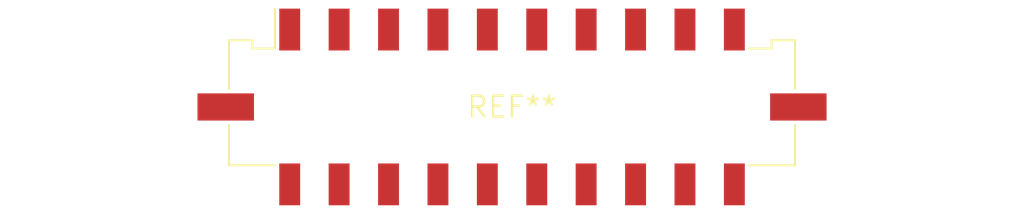
<source format=kicad_pcb>
(kicad_pcb (version 20240108) (generator pcbnew)
  (layers (0 "F.Cu" signal) (31 "B.Cu" signal) (34 "B.Paste" user) (35 "F.Paste" user) (36 "B.SilkS" user "B.Silkscreen") (37 "F.SilkS" user "F.Silkscreen") (38 "B.Mask" user) (39 "F.Mask" user) (44 "Edge.Cuts" user))
  (net 0 "")
  (footprint "Molex_Micro-Fit_3.0_43045-2018_2x10-1MP_P3.00mm_Vertical" (layer "F.Cu") (at 0 0)
    (property "Reference" "REF**")
    (property "Value" "Molex_Micro-Fit_3.0_43045-2018_2x10-1MP_P3.00mm_Vertical")
    (fp_line (start -17.185 -4.05) (end -15.765 -4.05) (layer "F.SilkS") (stroke (width 0.12)))
    (fp_line (start -17.185 -1.085) (end -17.185 -4.05) (layer "F.SilkS") (stroke (width 0.12)))
    (fp_line (start -17.185 1.085) (end -17.185 3.54) (layer "F.SilkS") (stroke (width 0.12)))
    (fp_line (start -17.185 3.54) (end -14.395 3.54) (layer "F.SilkS") (stroke (width 0.12)))
    (fp_line (start -15.765 -4.05) (end -15.765 -3.55) (layer "F.SilkS") (stroke (width 0.12)))
    (fp_line (start -15.765 -3.55) (end -14.395 -3.55) (layer "F.SilkS") (stroke (width 0.12)))
    (fp_line (start -14.395 -3.55) (end -14.395 -5.97) (layer "F.SilkS") (stroke (width 0.12)))
    (fp_line (start 15.765 -4.05) (end 15.765 -3.55) (layer "F.SilkS") (stroke (width 0.12)))
    (fp_line (start 15.765 -3.55) (end 14.395 -3.55) (layer "F.SilkS") (stroke (width 0.12)))
    (fp_line (start 17.185 -4.05) (end 15.765 -4.05) (layer "F.SilkS") (stroke (width 0.12)))
    (fp_line (start 17.185 -1.085) (end 17.185 -4.05) (layer "F.SilkS") (stroke (width 0.12)))
    (fp_line (start 17.185 1.085) (end 17.185 3.54) (layer "F.SilkS") (stroke (width 0.12)))
    (fp_line (start 17.185 3.54) (end 14.395 3.54) (layer "F.SilkS") (stroke (width 0.12)))
    (pad "1" smd rect (at -13.5 -4.7) (size 1.27 2.54) (layers "F.Cu" "F.Paste" "F.Mask"))
    (pad "2" smd rect (at -10.5 -4.7) (size 1.27 2.54) (layers "F.Cu" "F.Paste" "F.Mask"))
    (pad "3" smd rect (at -7.5 -4.7) (size 1.27 2.54) (layers "F.Cu" "F.Paste" "F.Mask"))
    (pad "4" smd rect (at -4.5 -4.7) (size 1.27 2.54) (layers "F.Cu" "F.Paste" "F.Mask"))
    (pad "5" smd rect (at -1.5 -4.7) (size 1.27 2.54) (layers "F.Cu" "F.Paste" "F.Mask"))
    (pad "6" smd rect (at 1.5 -4.7) (size 1.27 2.54) (layers "F.Cu" "F.Paste" "F.Mask"))
    (pad "7" smd rect (at 4.5 -4.7) (size 1.27 2.54) (layers "F.Cu" "F.Paste" "F.Mask"))
    (pad "8" smd rect (at 7.5 -4.7) (size 1.27 2.54) (layers "F.Cu" "F.Paste" "F.Mask"))
    (pad "9" smd rect (at 10.5 -4.7) (size 1.27 2.54) (layers "F.Cu" "F.Paste" "F.Mask"))
    (pad "10" smd rect (at 13.5 -4.7) (size 1.27 2.54) (layers "F.Cu" "F.Paste" "F.Mask"))
    (pad "11" smd rect (at -13.5 4.7) (size 1.27 2.54) (layers "F.Cu" "F.Paste" "F.Mask"))
    (pad "12" smd rect (at -10.5 4.7) (size 1.27 2.54) (layers "F.Cu" "F.Paste" "F.Mask"))
    (pad "13" smd rect (at -7.5 4.7) (size 1.27 2.54) (layers "F.Cu" "F.Paste" "F.Mask"))
    (pad "14" smd rect (at -4.5 4.7) (size 1.27 2.54) (layers "F.Cu" "F.Paste" "F.Mask"))
    (pad "15" smd rect (at -1.5 4.7) (size 1.27 2.54) (layers "F.Cu" "F.Paste" "F.Mask"))
    (pad "16" smd rect (at 1.5 4.7) (size 1.27 2.54) (layers "F.Cu" "F.Paste" "F.Mask"))
    (pad "17" smd rect (at 4.5 4.7) (size 1.27 2.54) (layers "F.Cu" "F.Paste" "F.Mask"))
    (pad "18" smd rect (at 7.5 4.7) (size 1.27 2.54) (layers "F.Cu" "F.Paste" "F.Mask"))
    (pad "19" smd rect (at 10.5 4.7) (size 1.27 2.54) (layers "F.Cu" "F.Paste" "F.Mask"))
    (pad "20" smd rect (at 13.5 4.7) (size 1.27 2.54) (layers "F.Cu" "F.Paste" "F.Mask"))
    (pad "MP" smd rect (at -17.385 0) (size 3.43 1.65) (layers "F.Cu" "F.Paste" "F.Mask"))
    (pad "MP" smd rect (at 17.385 0) (size 3.43 1.65) (layers "F.Cu" "F.Paste" "F.Mask"))
  )
)
</source>
